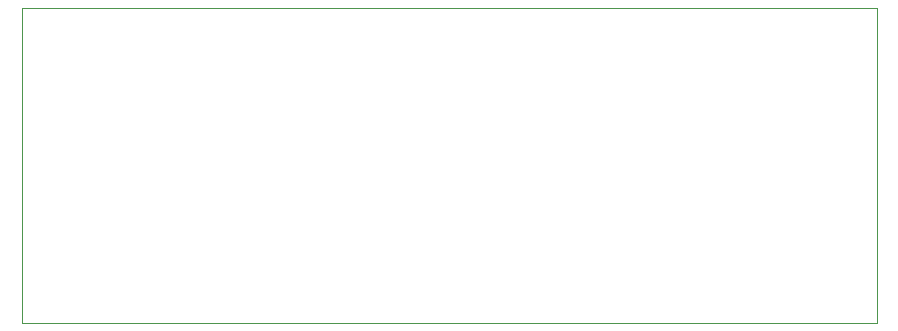
<source format=gbr>
%TF.GenerationSoftware,KiCad,Pcbnew,5.1.9+dfsg1-1*%
%TF.CreationDate,2022-01-14T18:54:08-05:00*%
%TF.ProjectId,samd51j18a,73616d64-3531-46a3-9138-612e6b696361,rev?*%
%TF.SameCoordinates,Original*%
%TF.FileFunction,Profile,NP*%
%FSLAX46Y46*%
G04 Gerber Fmt 4.6, Leading zero omitted, Abs format (unit mm)*
G04 Created by KiCad (PCBNEW 5.1.9+dfsg1-1) date 2022-01-14 18:54:08*
%MOMM*%
%LPD*%
G01*
G04 APERTURE LIST*
%TA.AperFunction,Profile*%
%ADD10C,0.050000*%
%TD*%
G04 APERTURE END LIST*
D10*
X100965000Y-88265000D02*
X100965000Y-61595000D01*
X100965000Y-88265000D02*
X173355000Y-88265000D01*
X173355000Y-88265000D02*
X173355000Y-61595000D01*
X100965000Y-61595000D02*
X173355000Y-61595000D01*
M02*

</source>
